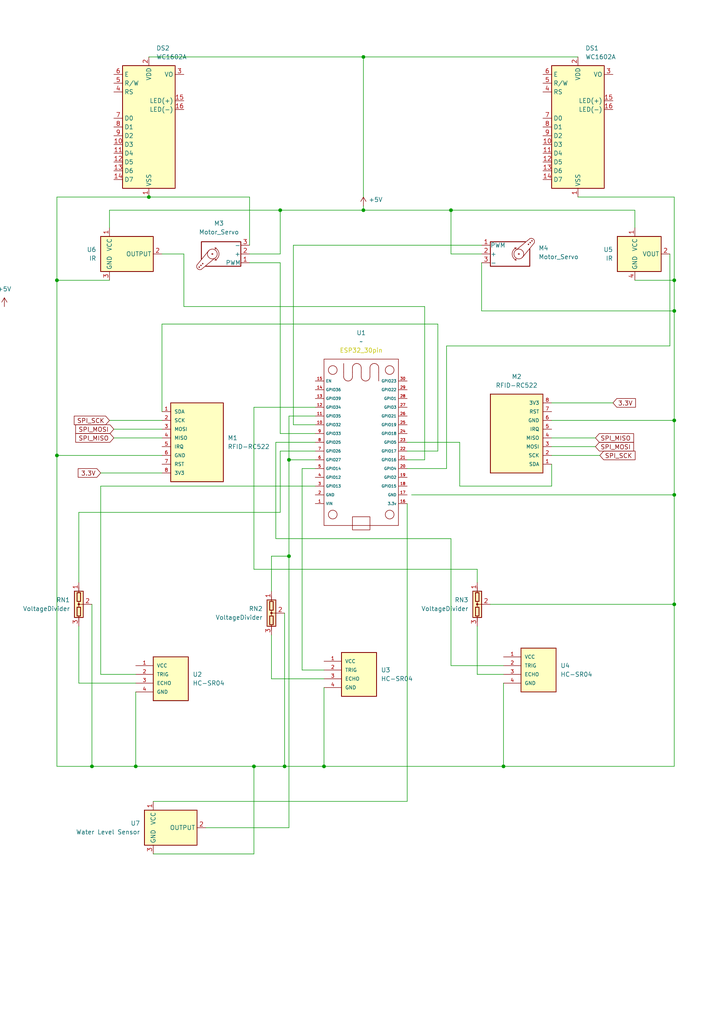
<source format=kicad_sch>
(kicad_sch (version 20250114) (generator "eeschema") (generator_version "9.0")
  (paper "A4" portrait)
  (lib_symbols
    (symbol "+5V_1" (power) (pin_numbers (hide yes)) (pin_names (offset 0) (hide yes))
      (property "Value" "+5V" (at 0 3.556 0))
      (symbol "+5V_1_0_1"
        (polyline (pts (xy -0.762 1.27) (xy 0 2.54)))
        (polyline (pts (xy 0 2.54) (xy 0.762 1.27)))
        (polyline (pts (xy 0 0) (xy 0 2.54)))
      )
      (symbol "+5V_1_1_1"
        (pin power_in line (at 0 0 90) (length 0) (name "~") (number "1"))
      )
    )
    (symbol "Device:VoltageDivider" (pin_names (offset 0) (hide yes))
      (property "Reference" "RN" (at -4.445 0 90))
      (property "Value" "VoltageDivider" (at -2.54 0 90))
      (symbol "VoltageDivider_0_1"
        (rectangle (start -1.27 -3.81) (end 1.27 3.81) (stroke (width 0.254)) (fill (type background)))
        (rectangle (start -0.508 3.3782) (end 0.508 0.8382) (stroke (width 0.254)))
        (rectangle (start -0.508 -3.3782) (end 0.508 -0.8382) (stroke (width 0.254)))
        (polyline (pts (xy 0 5.08) (xy 0 3.3782)))
        (polyline (pts (xy 0 0.889) (xy 0 -0.889)))
        (circle (center 0 0.0254) (radius 0.254) (fill (type outline)))
        (polyline (pts (xy 0 -5.08) (xy 0 -3.429)))
        (polyline (pts (xy 1.27 0) (xy 0 0)))
      )
      (symbol "VoltageDivider_1_1"
        (pin passive line (at 0 6.35 270) (length 2.54) (name "~") (number "1"))
        (pin passive line (at 0 -6.35 90) (length 2.54) (name "~") (number "3"))
        (pin passive line (at 3.81 0 180) (length 2.54) (name "~") (number "2"))
      )
    )
    (symbol "Display_Character:WC1602A"
      (property "Reference" "DS" (at -5.842 19.05 0))
      (property "Value" "WC1602A" (at 5.334 19.05 0))
      (symbol "WC1602A_1_1"
        (rectangle (start -7.62 17.78) (end 7.62 -17.78) (stroke (width 0.254)) (fill (type background)))
        (pin input line (at -10.16 15.24 0) (length 2.54) (name "E") (number "6"))
        (pin input line (at -10.16 12.7 0) (length 2.54) (name "R/W") (number "5"))
        (pin input line (at -10.16 10.16 0) (length 2.54) (name "RS") (number "4"))
        (pin input line (at -10.16 2.54 0) (length 2.54) (name "D0") (number "7"))
        (pin input line (at -10.16 0 0) (length 2.54) (name "D1") (number "8"))
        (pin input line (at -10.16 -2.54 0) (length 2.54) (name "D2") (number "9"))
        (pin input line (at -10.16 -5.08 0) (length 2.54) (name "D3") (number "10"))
        (pin input line (at -10.16 -7.62 0) (length 2.54) (name "D4") (number "11"))
        (pin input line (at -10.16 -10.16 0) (length 2.54) (name "D5") (number "12"))
        (pin input line (at -10.16 -12.7 0) (length 2.54) (name "D6") (number "13"))
        (pin input line (at -10.16 -15.24 0) (length 2.54) (name "D7") (number "14"))
        (pin power_in line (at 0 20.32 270) (length 2.54) (name "VDD") (number "2"))
        (pin power_in line (at 0 -20.32 90) (length 2.54) (name "VSS") (number "1"))
        (pin input line (at 10.16 15.24 180) (length 2.54) (name "VO") (number "3"))
        (pin power_in line (at 10.16 7.62 180) (length 2.54) (name "LED(+)") (number "15"))
        (pin power_in line (at 10.16 5.08 180) (length 2.54) (name "LED(-)") (number "16"))
      )
    )
    (symbol "HC-SR04:HC-SR04" (pin_names (offset 1.016))
      (property "Reference" "U" (at 0 5.0813 0))
      (property "Value" "HC-SR04" (at 0 -10.163 0))
      (symbol "HC-SR04_0_0"
        (rectangle (start 0 -7.62) (end 10.16 5.08) (stroke (width 0.254)) (fill (type background)))
        (pin power_in line (at -5.08 2.54 0) (length 5.08) (name "VCC") (number "1"))
        (pin bidirectional line (at -5.08 0 0) (length 5.08) (name "TRIG") (number "2"))
        (pin bidirectional line (at -5.08 -2.54 0) (length 5.08) (name "ECHO") (number "3"))
        (pin power_in line (at -5.08 -5.08 0) (length 5.08) (name "GND") (number "4"))
      )
    )
    (symbol "Motor:Motor_Servo" (pin_names (offset 0.0254))
      (property "Reference" "M" (at -5.08 4.445 0))
      (property "Value" "Motor_Servo" (at -5.08 -4.064 0))
      (symbol "Motor_Servo_0_1"
        (polyline (pts (xy 2.413 1.778) (xy 1.905 1.778)))
        (polyline (pts (xy 2.413 1.778) (xy 2.286 1.397)))
        (polyline (pts (xy 2.413 -1.778) (xy 2.032 -1.778)))
        (polyline (pts (xy 2.413 -1.778) (xy 2.286 -1.397)))
        (arc (start 2.413 -1.778) (mid 1.2406 0) (end 2.413 1.778))
        (circle (center 3.175 0) (radius 0.1778))
        (circle (center 3.175 0) (radius 1.4224))
        (polyline (pts (xy 5.08 3.556) (xy -5.08 3.556) (xy -5.08 -3.556) (xy 6.35 -3.556) (xy 6.35 1.524)) (stroke (width 0.254)))
        (circle (center 5.969 2.794) (radius 0.127))
        (polyline (pts (xy 6.35 4.445) (xy 2.54 1.27)))
        (circle (center 6.477 3.302) (radius 0.127))
        (arc (start 6.35 4.445) (mid 7.4487 4.2737) (end 7.62 3.175))
        (circle (center 6.985 3.81) (radius 0.127))
        (polyline (pts (xy 7.62 3.175) (xy 4.191 -1.016)))
      )
      (symbol "Motor_Servo_1_1"
        (pin passive line (at -7.62 2.54 0) (length 2.54) (name "PWM") (number "1"))
        (pin passive line (at -7.62 0 0) (length 2.54) (name "+") (number "2"))
        (pin passive line (at -7.62 -2.54 0) (length 2.54) (name "-") (number "3"))
      )
    )
    (symbol "RFID-RC522:RFID-RC522" (pin_names (offset 1.016))
      (property "Reference" "M" (at -7.62 10.922 0))
      (symbol "RFID-RC522_0_0"
        (rectangle (start -7.62 -12.7) (end 7.62 10.16) (stroke (width 0.254)) (fill (type background)))
        (pin bidirectional line (at -10.16 7.62 0) (length 2.54) (name "SDA") (number "1"))
        (pin bidirectional line (at -10.16 5.08 0) (length 2.54) (name "SCK") (number "2"))
        (pin bidirectional line (at -10.16 2.54 0) (length 2.54) (name "MOSI") (number "3"))
        (pin bidirectional line (at -10.16 0 0) (length 2.54) (name "MISO") (number "4"))
        (pin bidirectional line (at -10.16 -2.54 0) (length 2.54) (name "IRQ") (number "5"))
        (pin bidirectional line (at -10.16 -5.08 0) (length 2.54) (name "GND") (number "6"))
        (pin bidirectional line (at -10.16 -7.62 0) (length 2.54) (name "RST") (number "7"))
        (pin bidirectional line (at -10.16 -10.16 0) (length 2.54) (name "3V3") (number "8"))
      )
    )
    (symbol "Sensor_Current:A1363xKTTN-1"
      (property "Reference" "U" (at 8.89 6.35 0))
      (property "Value" "A1363xKTTN-1" (at 8.89 3.81 0))
      (symbol "A1363xKTTN-1_0_1"
        (rectangle (start -5.08 5.08) (end 7.62 -5.08) (stroke (width 0.254)) (fill (type background)))
      )
      (symbol "A1363xKTTN-1_1_1"
        (pin power_in line (at 0 7.62 270) (length 2.54) (name "VCC") (number "1"))
        (pin power_in line (at 0 -7.62 90) (length 2.54) (name "GND") (number "4"))
        (pin no_connect line (at 7.62 -2.54 180) (length 2.54) (hide yes) (name "NC") (number "3"))
        (pin output line (at 10.16 0 180) (length 2.54) (name "VOUT") (number "2"))
      )
    )
    (symbol "Sensor_Magnetic:SM351LT"
      (property "Reference" "U" (at 5.08 8.89 0))
      (property "Value" "SM351LT" (at 2.54 6.35 0))
      (symbol "SM351LT_0_1"
        (rectangle (start 7.62 5.08) (end -7.62 -5.08) (stroke (width 0.254)) (fill (type background)))
      )
      (symbol "SM351LT_1_1"
        (pin power_in line (at -5.08 7.62 270) (length 2.54) (name "VCC") (number "1"))
        (pin power_in line (at -5.08 -7.62 90) (length 2.54) (name "GND") (number "3"))
        (pin output line (at 10.16 0 180) (length 2.54) (name "OUTPUT") (number "2"))
      )
    )
    (symbol "esp32_30pin:ESP32_30Pin"
      (property "Reference" "U" (at 0 0 0))
      (property "Footprint" "ESP32_30pin" (at 0 -2.54 0))
      (symbol "ESP32_30Pin_0_1"
        (rectangle (start -24.13 10.795) (end 24.13 -10.795))
        (polyline (pts (xy -21.59 5.08) (xy -20.32 5.08)))
        (polyline (pts (xy -21.59 2.54) (xy -20.32 2.54)))
        (polyline (pts (xy -21.59 0) (xy -20.32 0)))
        (polyline (pts (xy -21.59 -2.54) (xy -20.32 -2.54)))
        (arc (start -21.5975 2.5325) (mid -22.4933 2.9067) (end -22.8675 3.8025))
        (arc (start -21.5975 -2.5475) (mid -22.4933 -2.1733) (end -22.8675 -1.2775))
        (arc (start -22.86 3.81) (mid -22.4873 4.7073) (end -21.59 5.08))
        (arc (start -22.86 -1.27) (mid -22.4873 -0.3727) (end -21.59 0))
        (circle (center -20.955 8.255) (radius 1.27))
        (circle (center -20.955 -8.255) (radius 1.27))
        (polyline (pts (xy -20.32 5.08) (xy -17.78 5.08)))
        (polyline (pts (xy -20.32 -5.08) (xy -22.86 -5.08)))
        (arc (start -17.7775 1.2675) (mid -18.1502 0.3702) (end -19.0475 -0.0025))
        (arc (start -17.7775 -3.8125) (mid -18.1502 -4.7098) (end -19.0475 -5.0825))
        (arc (start -19.04 2.545) (mid -18.1442 2.1708) (end -17.77 1.275))
        (arc (start -19.04 -2.535) (mid -18.1442 -2.9092) (end -17.77 -3.805))
        (polyline (pts (xy -19.0475 2.5375) (xy -20.3175 2.5375)))
        (polyline (pts (xy -19.0475 -0.0025) (xy -20.3175 -0.0025)))
        (polyline (pts (xy -19.0475 -2.5425) (xy -20.3175 -2.5425)))
        (polyline (pts (xy -19.0475 -5.0825) (xy -20.3175 -5.0825)))
        (circle (center 20.955 8.255) (radius 1.27))
        (circle (center 20.955 -8.255) (radius 1.27))
        (rectangle (start 21.59 2.54) (end 25.4 -2.54))
      )
      (symbol "ESP32_30Pin_1_1"
        (pin bidirectional line (at -17.78 13.335 270) (length 2.54) (name "GPIO23") (number "30"))
        (pin bidirectional line (at -17.78 -13.335 90) (length 2.54) (name "EN") (number "15"))
        (pin bidirectional line (at -15.24 13.335 270) (length 2.54) (name "GPIO22") (number "29"))
        (pin bidirectional line (at -15.24 -13.335 90) (length 2.54) (name "GPIO36") (number "14"))
        (pin bidirectional line (at -12.7 13.335 270) (length 2.54) (name "GPIO1") (number "28"))
        (pin bidirectional line (at -12.7 -13.335 90) (length 2.54) (name "GPIO39") (number "13"))
        (pin bidirectional line (at -10.16 13.335 270) (length 2.54) (name "GPIO3") (number "27"))
        (pin bidirectional line (at -10.16 -13.335 90) (length 2.54) (name "GPIO34") (number "12"))
        (pin bidirectional line (at -7.62 13.335 270) (length 2.54) (name "GPIO21") (number "26"))
        (pin bidirectional line (at -7.62 -13.335 90) (length 2.54) (name "GPIO35") (number "11"))
        (pin bidirectional line (at -5.08 13.335 270) (length 2.54) (name "GPIO19") (number "25"))
        (pin bidirectional line (at -5.08 -13.335 90) (length 2.54) (name "GPIO32") (number "10"))
        (pin bidirectional line (at -2.54 13.335 270) (length 2.54) (name "GPIO18") (number "24"))
        (pin bidirectional line (at -2.54 -13.335 90) (length 2.54) (name "GPIO33") (number "9"))
        (pin bidirectional line (at 0 13.335 270) (length 2.54) (name "GPIO5") (number "23"))
        (pin bidirectional line (at 0 -13.335 90) (length 2.54) (name "GPIO25") (number "8"))
        (pin bidirectional line (at 2.54 13.335 270) (length 2.54) (name "GPIO17") (number "22"))
        (pin bidirectional line (at 2.54 -13.335 90) (length 2.54) (name "GPIO26") (number "7"))
        (pin bidirectional line (at 5.08 13.335 270) (length 2.54) (name "GPIO16") (number "21"))
        (pin bidirectional line (at 5.08 -13.335 90) (length 2.54) (name "GPIO27") (number "6"))
        (pin bidirectional line (at 7.62 13.335 270) (length 2.54) (name "GPIO4") (number "20"))
        (pin bidirectional line (at 7.62 -13.335 90) (length 2.54) (name "GPIO14") (number "5"))
        (pin bidirectional line (at 10.16 13.335 270) (length 2.54) (name "GPIO2") (number "19"))
        (pin bidirectional line (at 10.16 -13.335 90) (length 2.54) (name "GPIO12") (number "4"))
        (pin bidirectional line (at 12.7 13.335 270) (length 2.54) (name "GPIO15") (number "18"))
        (pin bidirectional line (at 12.7 -13.335 90) (length 2.54) (name "GPIO13") (number "3"))
        (pin power_in line (at 15.24 13.335 270) (length 2.54) (name "GND") (number "17"))
        (pin bidirectional line (at 15.24 -13.335 90) (length 2.54) (name "GND") (number "2"))
        (pin output line (at 17.78 13.335 270) (length 2.54) (name "3.3v") (number "16"))
        (pin power_out line (at 17.78 -13.335 90) (length 2.54) (name "VIN") (number "1"))
      )
    )
    (symbol "power:+5V" (power) (pin_numbers (hide yes)) (pin_names (offset 0) (hide yes))
      (property "Value" "+5V" (at 0 3.556 0))
      (symbol "+5V_0_1"
        (polyline (pts (xy -0.762 1.27) (xy 0 2.54)))
        (polyline (pts (xy 0 2.54) (xy 0.762 1.27)))
        (polyline (pts (xy 0 0) (xy 0 2.54)))
      )
      (symbol "+5V_1_1"
        (pin power_in line (at 0 0 90) (length 0) (name "~") (number "1"))
      )
    )
  )
  (junction (at 93.98 222.25))
  (junction (at 195.58 90.17))
  (junction (at 105.41 60.96))
  (junction (at 82.55 222.25))
  (junction (at 43.18 57.15))
  (junction (at 39.37 222.25))
  (junction (at 195.58 81.28))
  (junction (at 73.66 222.25))
  (junction (at 195.58 121.92))
  (junction (at 146.05 222.25))
  (junction (at 16.51 132.08))
  (junction (at 16.51 81.28))
  (junction (at 26.67 222.25))
  (junction (at 83.82 133.35))
  (junction (at 195.58 143.51))
  (junction (at 81.28 60.96))
  (junction (at 195.58 175.26))
  (junction (at 83.82 161.29))
  (junction (at 105.41 16.51))
  (junction (at 130.81 60.96))
  (wire (pts (xy 105.41 16.51) (xy 43.18 16.51)))
  (wire (pts (xy 29.21 195.58) (xy 29.21 140.97)))
  (wire (pts (xy 22.86 198.12) (xy 22.86 181.61)))
  (wire (pts (xy 80.01 156.21) (xy 80.01 128.27)))
  (wire (pts (xy 105.41 16.51) (xy 167.64 16.51)))
  (wire (pts (xy 80.01 128.27) (xy 91.44 128.27)))
  (wire (pts (xy 82.55 222.25) (xy 93.98 222.25)))
  (wire (pts (xy 142.24 175.26) (xy 195.58 175.26)))
  (wire (pts (xy 26.67 175.26) (xy 26.67 222.25)))
  (wire (pts (xy 139.7 90.17) (xy 195.58 90.17)))
  (wire (pts (xy 105.41 59.69) (xy 105.41 60.96)))
  (wire (pts (xy 73.66 247.65) (xy 73.66 222.25)))
  (wire (pts (xy 138.43 168.91) (xy 138.43 165.1)))
  (wire (pts (xy 73.66 222.25) (xy 82.55 222.25)))
  (wire (pts (xy 195.58 143.51) (xy 195.58 121.92)))
  (wire (pts (xy 22.86 168.91) (xy 22.86 148.59)))
  (wire (pts (xy 118.11 130.81) (xy 127 130.81)))
  (wire (pts (xy 195.58 57.15) (xy 167.64 57.15)))
  (wire (pts (xy 105.41 60.96) (xy 130.81 60.96)))
  (wire (pts (xy 81.28 125.73) (xy 91.44 125.73)))
  (wire (pts (xy 16.51 132.08) (xy 46.99 132.08)))
  (wire (pts (xy 83.82 240.03) (xy 59.69 240.03)))
  (wire (pts (xy 26.67 222.25) (xy 39.37 222.25)))
  (wire (pts (xy 119.38 143.51) (xy 195.58 143.51)))
  (wire (pts (xy 118.11 128.27) (xy 133.35 128.27)))
  (wire (pts (xy 82.55 177.8) (xy 82.55 222.25)))
  (wire (pts (xy 78.74 161.29) (xy 83.82 161.29)))
  (wire (pts (xy 129.54 135.89) (xy 118.11 135.89)))
  (wire (pts (xy 138.43 165.1) (xy 73.66 165.1)))
  (wire (pts (xy 160.02 140.97) (xy 160.02 134.62)))
  (wire (pts (xy 16.51 57.15) (xy 16.51 81.28)))
  (wire (pts (xy 78.74 184.15) (xy 78.74 196.85)))
  (wire (pts (xy 81.28 73.66) (xy 81.28 60.96)))
  (wire (pts (xy 31.75 121.92) (xy 46.99 121.92)))
  (wire (pts (xy 139.7 71.12) (xy 85.09 71.12)))
  (wire (pts (xy 130.81 193.04) (xy 130.81 156.21)))
  (wire (pts (xy 184.15 81.28) (xy 195.58 81.28)))
  (wire (pts (xy 81.28 76.2) (xy 72.39 76.2)))
  (wire (pts (xy 39.37 222.25) (xy 73.66 222.25)))
  (wire (pts (xy 146.05 193.04) (xy 130.81 193.04)))
  (wire (pts (xy 118.11 232.41) (xy 118.11 146.05)))
  (wire (pts (xy 105.41 57.15) (xy 105.41 16.51)))
  (wire (pts (xy 160.02 116.84) (xy 177.8 116.84)))
  (wire (pts (xy 16.51 132.08) (xy 16.51 222.25)))
  (wire (pts (xy 195.58 81.28) (xy 195.58 57.15)))
  (wire (pts (xy 139.7 76.2) (xy 139.7 90.17)))
  (wire (pts (xy 194.31 73.66) (xy 194.31 100.33)))
  (wire (pts (xy 133.35 128.27) (xy 133.35 140.97)))
  (wire (pts (xy 83.82 120.65) (xy 83.82 133.35)))
  (wire (pts (xy 72.39 71.12) (xy 72.39 57.15)))
  (wire (pts (xy 44.45 232.41) (xy 118.11 232.41)))
  (wire (pts (xy 81.28 130.81) (xy 91.44 130.81)))
  (wire (pts (xy 123.19 88.9) (xy 123.19 133.35)))
  (wire (pts (xy 146.05 222.25) (xy 195.58 222.25)))
  (wire (pts (xy 160.02 121.92) (xy 195.58 121.92)))
  (wire (pts (xy 160.02 132.08) (xy 173.99 132.08)))
  (wire (pts (xy 16.51 81.28) (xy 16.51 132.08)))
  (wire (pts (xy 138.43 195.58) (xy 138.43 181.61)))
  (wire (pts (xy 184.15 66.04) (xy 184.15 60.96)))
  (wire (pts (xy 16.51 222.25) (xy 26.67 222.25)))
  (wire (pts (xy 73.66 118.11) (xy 91.44 118.11)))
  (wire (pts (xy 91.44 120.65) (xy 83.82 120.65)))
  (wire (pts (xy 146.05 195.58) (xy 138.43 195.58)))
  (wire (pts (xy 129.54 100.33) (xy 129.54 135.89)))
  (wire (pts (xy 72.39 57.15) (xy 43.18 57.15)))
  (wire (pts (xy 29.21 140.97) (xy 91.44 140.97)))
  (wire (pts (xy 93.98 194.31) (xy 87.63 194.31)))
  (wire (pts (xy 78.74 171.45) (xy 78.74 161.29)))
  (wire (pts (xy 83.82 133.35) (xy 83.82 161.29)))
  (wire (pts (xy 160.02 129.54) (xy 172.72 129.54)))
  (wire (pts (xy 87.63 194.31) (xy 87.63 135.89)))
  (wire (pts (xy 93.98 196.85) (xy 78.74 196.85)))
  (wire (pts (xy 81.28 125.73) (xy 81.28 76.2)))
  (wire (pts (xy 22.86 148.59) (xy 81.28 148.59)))
  (wire (pts (xy 33.02 124.46) (xy 46.99 124.46)))
  (wire (pts (xy 130.81 156.21) (xy 80.01 156.21)))
  (wire (pts (xy 127 93.98) (xy 46.99 93.98)))
  (wire (pts (xy 53.34 88.9) (xy 123.19 88.9)))
  (wire (pts (xy 46.99 93.98) (xy 46.99 119.38)))
  (wire (pts (xy 133.35 140.97) (xy 160.02 140.97)))
  (wire (pts (xy 93.98 222.25) (xy 146.05 222.25)))
  (wire (pts (xy 130.81 73.66) (xy 139.7 73.66)))
  (wire (pts (xy 81.28 148.59) (xy 81.28 130.81)))
  (wire (pts (xy 39.37 198.12) (xy 22.86 198.12)))
  (wire (pts (xy 146.05 198.12) (xy 146.05 222.25)))
  (wire (pts (xy 73.66 165.1) (xy 73.66 118.11)))
  (wire (pts (xy 87.63 135.89) (xy 91.44 135.89)))
  (wire (pts (xy 31.75 66.04) (xy 31.75 60.96)))
  (wire (pts (xy 130.81 60.96) (xy 130.81 73.66)))
  (wire (pts (xy 195.58 90.17) (xy 195.58 81.28)))
  (wire (pts (xy 160.02 127) (xy 172.72 127)))
  (wire (pts (xy 46.99 137.16) (xy 29.21 137.16)))
  (wire (pts (xy 195.58 175.26) (xy 195.58 143.51)))
  (wire (pts (xy 44.45 247.65) (xy 73.66 247.65)))
  (wire (pts (xy 85.09 123.19) (xy 91.44 123.19)))
  (wire (pts (xy 83.82 161.29) (xy 83.82 240.03)))
  (wire (pts (xy 16.51 81.28) (xy 31.75 81.28)))
  (wire (pts (xy 83.82 133.35) (xy 91.44 133.35)))
  (wire (pts (xy 46.99 73.66) (xy 53.34 73.66)))
  (wire (pts (xy 43.18 57.15) (xy 16.51 57.15)))
  (wire (pts (xy 39.37 200.66) (xy 39.37 222.25)))
  (wire (pts (xy 123.19 133.35) (xy 118.11 133.35)))
  (wire (pts (xy 195.58 222.25) (xy 195.58 175.26)))
  (wire (pts (xy 72.39 73.66) (xy 81.28 73.66)))
  (wire (pts (xy 39.37 195.58) (xy 29.21 195.58)))
  (wire (pts (xy 93.98 199.39) (xy 93.98 222.25)))
  (wire (pts (xy 53.34 73.66) (xy 53.34 88.9)))
  (wire (pts (xy 81.28 60.96) (xy 105.41 60.96)))
  (wire (pts (xy 33.02 127) (xy 46.99 127)))
  (wire (pts (xy 195.58 121.92) (xy 195.58 90.17)))
  (wire (pts (xy 194.31 100.33) (xy 129.54 100.33)))
  (wire (pts (xy 184.15 60.96) (xy 130.81 60.96)))
  (wire (pts (xy 127 130.81) (xy 127 93.98)))
  (wire (pts (xy 31.75 60.96) (xy 81.28 60.96)))
  (wire (pts (xy 85.09 71.12) (xy 85.09 123.19)))
  (global_label "SPI_MISO" (shape input) (at 172.72 127 0) (property "Intersheetrefs" "${INTERSHEET_REFS}" (effects (hide yes))))
  (global_label "3.3V" (shape input) (at 177.8 116.84 0) (property "Intersheetrefs" "${INTERSHEET_REFS}" (effects (hide yes))))
  (global_label "SPI_SCK" (shape input) (at 31.75 121.92 180) (property "Intersheetrefs" "${INTERSHEET_REFS}" (effects (hide yes))))
  (global_label "SPI_MOSI" (shape input) (at 172.72 129.54 0) (property "Intersheetrefs" "${INTERSHEET_REFS}" (effects (hide yes))))
  (global_label "SPI_MOSI" (shape input) (at 33.02 124.46 180) (property "Intersheetrefs" "${INTERSHEET_REFS}" (effects (hide yes))))
  (global_label "3.3V" (shape input) (at 29.21 137.16 180) (property "Intersheetrefs" "${INTERSHEET_REFS}" (effects (hide yes))))
  (global_label "SPI_MISO" (shape input) (at 33.02 127 180) (property "Intersheetrefs" "${INTERSHEET_REFS}" (effects (hide yes))))
  (global_label "SPI_SCK" (shape input) (at 173.99 132.08 0) (property "Intersheetrefs" "${INTERSHEET_REFS}" (effects (hide yes))))
  (symbol (lib_id "Sensor_Magnetic:SM351LT") (at 49.53 240.03 0) (unit 1)
    (property "Reference" "U7" (at 40.64 238.7599 0) (effects (justify right)))
    (property "Value" "Water Level Sensor" (at 40.64 241.2999 0) (effects (justify right)))
    (property "Footprint" "Package_TO_SOT_SMD:SOT-23" (effects (hide yes)))
    (property "Datasheet" "https://sensing.honeywell.com/honeywell-sensing-nanopower-series-product-sheet-50095501-a-en.pdf" (effects (hide yes)))
    (property "Description" "Hall Effect Switch, SOT-23" (effects (hide yes)))
  )
  (symbol (lib_id "Display_Character:WC1602A") (at 43.18 36.83 0) (unit 1)
    (property "Reference" "DS2" (at 45.3233 13.97 0) (effects (justify left)))
    (property "Value" "WC1602A" (at 45.3233 16.51 0) (effects (justify left)))
    (property "Footprint" "Display:WC1602A" (effects (hide yes)))
    (property "Datasheet" "http://www.wincomlcd.com/pdf/WC1602A-SFYLYHTC06.pdf" (effects (hide yes)))
    (property "Description" "LCD 16x2 Alphanumeric , 8 bit parallel bus, 5V VDD" (effects (hide yes)))
  )
  (symbol (lib_id "Display_Character:WC1602A") (at 167.64 36.83 0) (unit 1)
    (property "Reference" "DS1" (at 169.7833 13.97 0) (effects (justify left)))
    (property "Value" "WC1602A" (at 169.7833 16.51 0) (effects (justify left)))
    (property "Footprint" "Display:WC1602A" (effects (hide yes)))
    (property "Datasheet" "http://www.wincomlcd.com/pdf/WC1602A-SFYLYHTC06.pdf" (effects (hide yes)))
    (property "Description" "LCD 16x2 Alphanumeric , 8 bit parallel bus, 5V VDD" (effects (hide yes)))
  )
  (symbol (lib_id "Motor:Motor_Servo") (at 64.77 73.66 180) (unit 1)
    (property "Reference" "M3" (at 63.5139 64.77 0))
    (property "Value" "Motor_Servo" (at 63.5139 67.31 0))
    (property "Datasheet" "http://forums.parallax.com/uploads/attachments/46831/74481.png" (effects (hide yes)))
    (property "Description" "Servo Motor (Futaba, HiTec, JR connector)" (effects (hide yes)))
  )
  (symbol (lib_id "Device:VoltageDivider") (at 78.74 177.8 0) (unit 1)
    (property "Reference" "RN2" (at 76.2 176.5299 0) (effects (justify right)))
    (property "Value" "VoltageDivider" (at 76.2 179.0699 0) (effects (justify right)))
    (property "Description" "Voltage divider" (effects (hide yes)))
  )
  (symbol (lib_id "Sensor_Magnetic:SM351LT") (at 36.83 73.66 0) (unit 1)
    (property "Reference" "U6" (at 27.94 72.3899 0) (effects (justify right)))
    (property "Value" "IR" (at 27.94 74.9299 0) (effects (justify right)))
    (property "Footprint" "Package_TO_SOT_SMD:SOT-23" (effects (hide yes)))
    (property "Datasheet" "https://sensing.honeywell.com/honeywell-sensing-nanopower-series-product-sheet-50095501-a-en.pdf" (effects (hide yes)))
    (property "Description" "Hall Effect Switch, SOT-23" (effects (hide yes)))
  )
  (symbol (lib_id "Device:VoltageDivider") (at 138.43 175.26 0) (unit 1)
    (property "Reference" "RN3" (at 135.89 173.9899 0) (effects (justify right)))
    (property "Value" "VoltageDivider" (at 135.89 176.5299 0) (effects (justify right)))
    (property "Description" "Voltage divider" (effects (hide yes)))
  )
  (symbol (lib_id "RFID-RC522:RFID-RC522") (at 149.86 127 180) (unit 1)
    (property "Reference" "M2" (at 149.86 109.22 0))
    (property "Value" "RFID-RC522" (at 149.86 111.76 0))
    (property "Footprint" "RFID-RC522:RFID-RC522" (effects (hide yes)))
    (property "MF" "Handson Technology" (effects (hide yes)))
    (property "Description_1" "Development kit in an integrated reader/writer IC MFRC522 for contactless communication at 13.56 MHz." (effects (hide yes)))
    (property "MPN" "RFID-RC522" (effects (hide yes)))
    (property "Price" "None" (effects (hide yes)))
    (property "Package" "Package" (effects (hide yes)))
    (property "Check_prices" "https://www.snapeda.com/parts/RFID-RC522/Handson+Technology/view-part/?ref=eda" (effects (hide yes)))
    (property "SnapEDA_Link" "https://www.snapeda.com/parts/RFID-RC522/Handson+Technology/view-part/?ref=snap" (effects (hide yes)))
    (property "MP" "RFID-RC522" (effects (hide yes)))
    (property "Availability" "Not in stock" (effects (hide yes)))
    (property "DESC" "MFRC522 RFID Module" (effects (hide yes)))
  )
  (symbol (lib_id "HC-SR04:HC-SR04") (at 99.06 194.31 0) (unit 1)
    (property "Reference" "U3" (at 110.49 194.3099 0) (effects (justify left)))
    (property "Value" "HC-SR04" (at 110.49 196.8499 0) (effects (justify left)))
    (property "Footprint" "HC-SR04:XCVR_HC-SR04" (effects (hide yes)))
    (property "MF" "OSEPP" (effects (hide yes)))
    (property "Description_1" "Ultrasonic Sensor Module,Rectangular,20-4000 mm,5 V,15 mA,Arduino Compatible | OSEPP HC-SR04" (effects (hide yes)))
    (property "Package" "None" (effects (hide yes)))
    (property "Price" "None" (effects (hide yes)))
    (property "Check_prices" "https://www.snapeda.com/parts/HC-SR04/OSEPP/view-part/?ref=eda" (effects (hide yes)))
    (property "SnapEDA_Link" "https://www.snapeda.com/parts/HC-SR04/OSEPP/view-part/?ref=snap" (effects (hide yes)))
    (property "MP" "HC-SR04" (effects (hide yes)))
    (property "Purchase-URL" "https://www.snapeda.com/api/url_track_click_mouser/?unipart_id=4702917&manufacturer=OSEPP&part_name=HC-SR04&search_term=hcsr04" (effects (hide yes)))
    (property "Availability" "In Stock" (effects (hide yes)))
    (property "MANUFACTURER" "Osepp" (effects (hide yes)))
  )
  (symbol (lib_id "Device:VoltageDivider") (at 22.86 175.26 0) (unit 1)
    (property "Reference" "RN1" (at 20.32 173.9899 0) (effects (justify right)))
    (property "Value" "VoltageDivider" (at 20.32 176.5299 0) (effects (justify right)))
    (property "Description" "Voltage divider" (effects (hide yes)))
  )
  (symbol (lib_id "HC-SR04:HC-SR04") (at 151.13 193.04 0) (unit 1)
    (property "Reference" "U4" (at 162.56 193.0399 0) (effects (justify left)))
    (property "Value" "HC-SR04" (at 162.56 195.5799 0) (effects (justify left)))
    (property "Footprint" "HC-SR04:XCVR_HC-SR04" (effects (hide yes)))
    (property "MF" "OSEPP" (effects (hide yes)))
    (property "Description_1" "Ultrasonic Sensor Module,Rectangular,20-4000 mm,5 V,15 mA,Arduino Compatible | OSEPP HC-SR04" (effects (hide yes)))
    (property "Package" "None" (effects (hide yes)))
    (property "Price" "None" (effects (hide yes)))
    (property "Check_prices" "https://www.snapeda.com/parts/HC-SR04/OSEPP/view-part/?ref=eda" (effects (hide yes)))
    (property "SnapEDA_Link" "https://www.snapeda.com/parts/HC-SR04/OSEPP/view-part/?ref=snap" (effects (hide yes)))
    (property "MP" "HC-SR04" (effects (hide yes)))
    (property "Purchase-URL" "https://www.snapeda.com/api/url_track_click_mouser/?unipart_id=4702917&manufacturer=OSEPP&part_name=HC-SR04&search_term=hcsr04" (effects (hide yes)))
    (property "Availability" "In Stock" (effects (hide yes)))
    (property "MANUFACTURER" "Osepp" (effects (hide yes)))
  )
  (symbol (lib_id "esp32_30pin:ESP32_30Pin") (at 104.775 128.27 270) (unit 1)
    (property "Reference" "U1" (at 104.775 96.52 90))
    (property "Value" "~" (at 104.775 99.06 90))
    (property "Footprint" "ESP32_30pin" (at 104.775 101.6 90))
  )
  (symbol (lib_id "Motor:Motor_Servo") (at 147.32 73.66 0) (unit 1)
    (property "Reference" "M4" (at 156.21 71.9568 0) (effects (justify left)))
    (property "Value" "Motor_Servo" (at 156.21 74.4968 0) (effects (justify left)))
    (property "Datasheet" "http://forums.parallax.com/uploads/attachments/46831/74481.png" (effects (hide yes)))
    (property "Description" "Servo Motor (Futaba, HiTec, JR connector)" (effects (hide yes)))
  )
  (symbol (lib_id "RFID-RC522:RFID-RC522") (at 57.15 127 0) (unit 1)
    (property "Reference" "M1" (at 66.04 126.9999 0) (effects (justify left)))
    (property "Value" "RFID-RC522" (at 66.04 129.5399 0) (effects (justify left)))
    (property "Footprint" "RFID-RC522:RFID-RC522" (effects (hide yes)))
    (property "MF" "Handson Technology" (effects (hide yes)))
    (property "Description_1" "Development kit in an integrated reader/writer IC MFRC522 for contactless communication at 13.56 MHz." (effects (hide yes)))
    (property "MPN" "RFID-RC522" (effects (hide yes)))
    (property "Price" "None" (effects (hide yes)))
    (property "Package" "Package" (effects (hide yes)))
    (property "Check_prices" "https://www.snapeda.com/parts/RFID-RC522/Handson+Technology/view-part/?ref=eda" (effects (hide yes)))
    (property "SnapEDA_Link" "https://www.snapeda.com/parts/RFID-RC522/Handson+Technology/view-part/?ref=snap" (effects (hide yes)))
    (property "MP" "RFID-RC522" (effects (hide yes)))
    (property "Availability" "Not in stock" (effects (hide yes)))
    (property "DESC" "MFRC522 RFID Module" (effects (hide yes)))
  )
  (symbol (lib_name "+5V_1") (lib_id "power:+5V") (at 105.41 59.69 0) (unit 1)
    (property "Reference" "#PWR02" (effects (hide yes)))
    (property "Value" "+5V" (at 108.966 57.912 0))
    (property "Description" "Power symbol creates a global label with name \"+5V\"" (effects (hide yes)))
  )
  (symbol (lib_id "Sensor_Current:A1363xKTTN-1") (at 184.15 73.66 0) (unit 1)
    (property "Reference" "U5" (at 177.8 72.3899 0) (effects (justify right)))
    (property "Value" "IR" (at 177.8 74.9299 0) (effects (justify right)))
    (property "Footprint" "Sensor_Current:Allegro_SIP-4" (effects (hide yes)))
    (property "Datasheet" "http://www.allegromicro.com/~/media/Files/Datasheets/A1363-Datasheet.ashx?la=en" (effects (hide yes)))
    (property "Description" "Programmable Linear Hall Effect Sensor, +0.6 to +1.3mV/G, SIP-4" (effects (hide yes)))
  )
  (symbol (lib_id "power:+5V") (at 1.27 88.9 0) (unit 1)
    (property "Reference" "#PWR01" (effects (hide yes)))
    (property "Value" "+5V" (at 1.27 83.82 0))
    (property "Description" "Power symbol creates a global label with name \"+5V\"" (effects (hide yes)))
  )
  (symbol (lib_id "HC-SR04:HC-SR04") (at 44.45 195.58 0) (unit 1)
    (property "Reference" "U2" (at 55.88 195.5799 0) (effects (justify left)))
    (property "Value" "HC-SR04" (at 55.88 198.1199 0) (effects (justify left)))
    (property "Footprint" "HC-SR04:XCVR_HC-SR04" (effects (hide yes)))
    (property "MF" "OSEPP" (effects (hide yes)))
    (property "Description_1" "Ultrasonic Sensor Module,Rectangular,20-4000 mm,5 V,15 mA,Arduino Compatible | OSEPP HC-SR04" (effects (hide yes)))
    (property "Package" "None" (effects (hide yes)))
    (property "Price" "None" (effects (hide yes)))
    (property "Check_prices" "https://www.snapeda.com/parts/HC-SR04/OSEPP/view-part/?ref=eda" (effects (hide yes)))
    (property "SnapEDA_Link" "https://www.snapeda.com/parts/HC-SR04/OSEPP/view-part/?ref=snap" (effects (hide yes)))
    (property "MP" "HC-SR04" (effects (hide yes)))
    (property "Purchase-URL" "https://www.snapeda.com/api/url_track_click_mouser/?unipart_id=4702917&manufacturer=OSEPP&part_name=HC-SR04&search_term=hcsr04" (effects (hide yes)))
    (property "Availability" "In Stock" (effects (hide yes)))
    (property "MANUFACTURER" "Osepp" (effects (hide yes)))
  )
)
</source>
